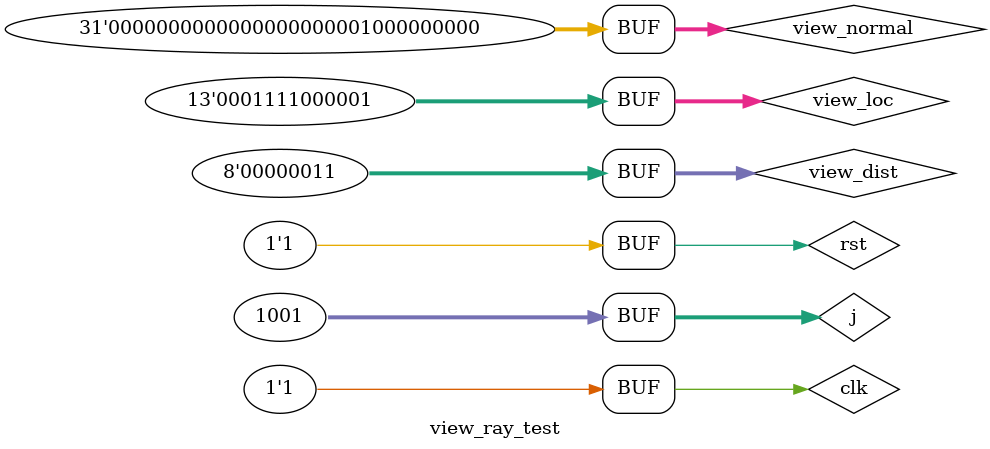
<source format=v>
`timescale 1ns / 1ps


module view_ray_test;

	// Inputs
	reg clk;
	reg rst;
	reg [30:0] view_normal;
	reg [7:0] view_dist;
	reg [12:0] view_loc;

	// Outputs
	wire [30:0] view_out;

	wire [5:0] i_show;
	wire [19:0] d_length_show;
	wire [19:0] div_show;
	wire [19:0] pool1_show;
	wire [19:0] pool2_show;
	wire [19:0] pool3_show;

	// Instantiate the Unit Under Test (UUT)
	view_ray uut (
		.clk(clk),
		.rst(rst),
		.view_normal(view_normal), 
		.view_dist(view_dist), 
		.view_loc(view_loc), 
		.view_out(view_out)
		// test
		,.i_show(i_show)
		,.d_length_show(d_length_show)
		,.div_show(div_show)
		,.pool1_show(pool1_show)
		,.pool2_show(pool2_show)
		,.pool3_show(pool3_show)
	);

	integer j;
	initial begin
		// Initialize Inputs
		clk = 0;
		rst = 1;
		view_normal = 0;
		view_dist = 0;
		view_loc = 0;

		// Wait 100 ns for global reset to finish
      	#5;
      	rst = 0;
		// Add stimulus here
		
		for(j=0;j<=1000;j=j+1)begin
			clk = ~clk;
			if(j==9)begin
				view_normal = 31'b00000000000_00000000001_000000000;
				view_dist = 3;
				view_loc = 13'b0; 
			end
			if(j==10)begin
				rst=1;
			end
			if(j==200)begin
				view_loc = {7'd40,6'd30}; // output : 00000000001_00000000011_111111111
			end
			if(j==400)begin
				view_loc = {7'd15,6'd1}; // output : 0000010100_00000000011_111100010
			end
			#10;
		end

	end

      
endmodule


</source>
